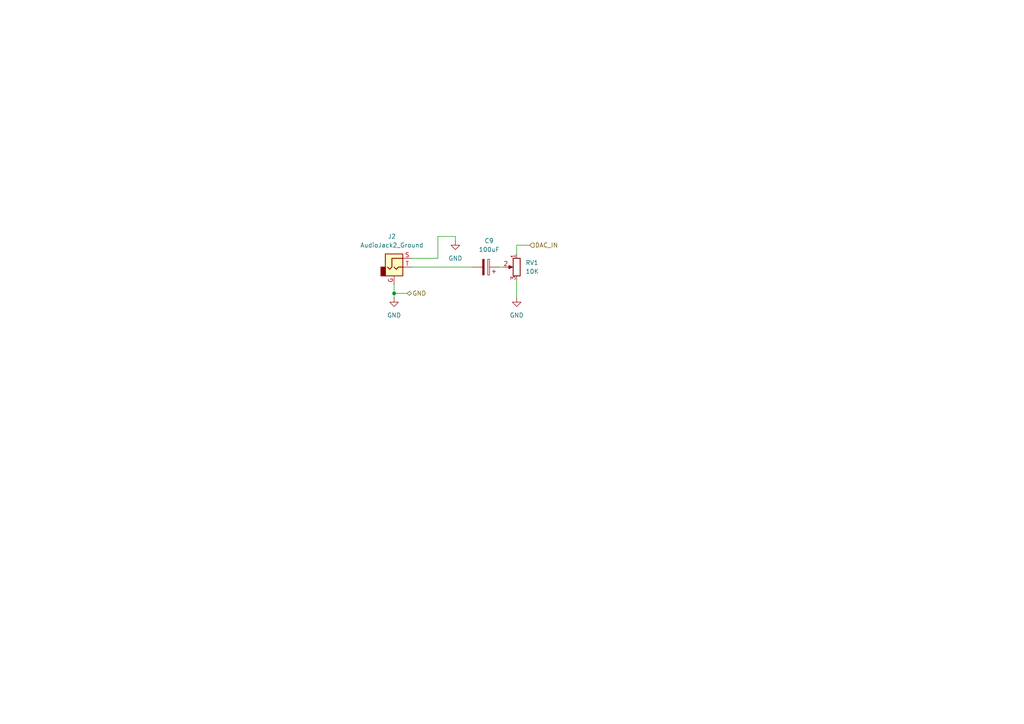
<source format=kicad_sch>
(kicad_sch (version 20231120) (generator "eeschema") (generator_version "7.99")
  (paper "A4")
  (lib_symbols
    (symbol "Connector_Audio:AudioJack2_Ground"
      (property "Reference" "J" (at 0 8.89 0))
      (property "Value" "AudioJack2_Ground" (at 0 6.35 0))
      (symbol "AudioJack2_Ground_0_1"
        (rectangle (start -2.54 -2.54) (end -3.81 0) (stroke (width 0.254)) (fill (type outline)))
        (polyline (pts (xy 0 0) (xy 0.635 -0.635) (xy 1.27 0) (xy 2.54 0)) (stroke (width 0.254)))
        (polyline (pts (xy 2.54 2.54) (xy -0.635 2.54) (xy -0.635 0) (xy -1.27 -0.635) (xy -1.905 0)) (stroke (width 0.254)))
        (rectangle (start 2.54 3.81) (end -2.54 -2.54) (stroke (width 0.254)) (fill (type background)))
      )
      (symbol "AudioJack2_Ground_1_1"
        (pin passive line (at 0 -5.08 90) (length 2.54) (name "~") (number "G"))
        (pin passive line (at 5.08 2.54 180) (length 2.54) (name "~") (number "S"))
        (pin passive line (at 5.08 0 180) (length 2.54) (name "~") (number "T"))
      )
    )
    (symbol "Device:C_Polarized" (pin_numbers hide) (pin_names (offset 0.254))
      (property "Reference" "C" (at 0.635 2.54 0))
      (property "Value" "C_Polarized" (at 0.635 -2.54 0))
      (symbol "C_Polarized_0_1"
        (rectangle (start -2.286 0.508) (end 2.286 1.016))
        (polyline (pts (xy -1.778 2.286) (xy -0.762 2.286)))
        (polyline (pts (xy -1.27 2.794) (xy -1.27 1.778)))
        (rectangle (start 2.286 -0.508) (end -2.286 -1.016) (fill (type outline)))
      )
      (symbol "C_Polarized_1_1"
        (pin passive line (at 0 3.81 270) (length 2.794) (name "~") (number "1"))
        (pin passive line (at 0 -3.81 90) (length 2.794) (name "~") (number "2"))
      )
    )
    (symbol "Device:R_Potentiometer" (pin_names (offset 1.016) hide)
      (property "Reference" "RV" (at -4.445 0 90))
      (property "Value" "R_Potentiometer" (at -2.54 0 90))
      (symbol "R_Potentiometer_0_1"
        (polyline (pts (xy 2.54 0) (xy 1.524 0)))
        (polyline (pts (xy 1.143 0) (xy 2.286 0.508) (xy 2.286 -0.508) (xy 1.143 0)) (fill (type outline)))
        (rectangle (start 1.016 2.54) (end -1.016 -2.54) (stroke (width 0.254)))
      )
      (symbol "R_Potentiometer_1_1"
        (pin passive line (at 0 3.81 270) (length 1.27) (name "1") (number "1"))
        (pin passive line (at 3.81 0 180) (length 1.27) (name "2") (number "2"))
        (pin passive line (at 0 -3.81 90) (length 1.27) (name "3") (number "3"))
      )
    )
    (symbol "power:GND" (power) (pin_names (offset 0))
      (property "Value" "GND" (at 0 -3.81 0))
      (symbol "GND_0_1"
        (polyline (pts (xy 0 0) (xy 0 -1.27) (xy 1.27 -1.27) (xy 0 -2.54) (xy -1.27 -1.27) (xy 0 -1.27)))
      )
      (symbol "GND_1_1"
        (pin power_in line (at 0 0 270) (length 0) hide (name "GND") (number "1"))
      )
    )
  )
  (junction (at 114.3 85.09))
  (wire (pts (xy 146.05 77.47) (xy 144.78 77.47)))
  (wire (pts (xy 114.3 85.09) (xy 114.3 86.36)))
  (wire (pts (xy 149.86 71.12) (xy 153.67 71.12)))
  (wire (pts (xy 127 68.58) (xy 127 74.93)))
  (wire (pts (xy 114.3 82.55) (xy 114.3 85.09)))
  (wire (pts (xy 132.08 68.58) (xy 132.08 69.85)))
  (wire (pts (xy 114.3 85.09) (xy 118.11 85.09)))
  (wire (pts (xy 149.86 86.36) (xy 149.86 81.28)))
  (wire (pts (xy 149.86 73.66) (xy 149.86 71.12)))
  (wire (pts (xy 119.38 77.47) (xy 137.16 77.47)))
  (wire (pts (xy 127 74.93) (xy 119.38 74.93)))
  (wire (pts (xy 127 68.58) (xy 132.08 68.58)))
  (hierarchical_label "DAC_IN" (shape input) (at 153.67 71.12 0))
  (hierarchical_label "GND" (shape bidirectional) (at 118.11 85.09 0))
  (symbol (lib_id "power:GND") (at 149.86 86.36 0) (unit 1)
    (property "Reference" "#PWR031" (effects (hide yes)))
    (property "Value" "GND" (at 149.86 91.44 0))
    (property "Description" "Power symbol creates a global label with name \"GND\" , ground" (effects (hide yes)))
  )
  (symbol (lib_id "Device:R_Potentiometer") (at 149.86 77.47 0) (mirror y) (unit 1)
    (property "Reference" "RV1" (at 152.4 76.1999 0) (effects (justify right)))
    (property "Value" "10K" (at 152.4 78.7399 0) (effects (justify right)))
    (property "Footprint" "Potentiometer_SMD:Potentiometer_ACP_CA6-VSMD_Vertical" (effects (hide yes)))
    (property "Description" "Potentiometer" (effects (hide yes)))
  )
  (symbol (lib_id "Connector_Audio:AudioJack2_Ground") (at 114.3 77.47 0) (unit 1)
    (property "Reference" "J2" (at 113.665 68.58 0))
    (property "Value" "AudioJack2_Ground" (at 113.665 71.12 0))
    (property "Footprint" "Connector_Audio:Jack_3.5mm_CUI_SJ-3523-SMT_Horizontal" (effects (hide yes)))
    (property "Description" "Audio Jack, 2 Poles (Mono / TS), Grounded Sleeve" (effects (hide yes)))
  )
  (symbol (lib_id "power:GND") (at 114.3 86.36 0) (unit 1)
    (property "Reference" "#PWR029" (effects (hide yes)))
    (property "Value" "GND" (at 114.3 91.44 0))
    (property "Description" "Power symbol creates a global label with name \"GND\" , ground" (effects (hide yes)))
  )
  (symbol (lib_id "power:GND") (at 132.08 69.85 0) (unit 1)
    (property "Reference" "#PWR030" (effects (hide yes)))
    (property "Value" "GND" (at 132.08 74.93 0))
    (property "Description" "Power symbol creates a global label with name \"GND\" , ground" (effects (hide yes)))
  )
  (symbol (lib_id "Device:C_Polarized") (at 140.97 77.47 270) (mirror x) (unit 1)
    (property "Reference" "C9" (at 141.859 69.85 90))
    (property "Value" "100uF" (at 141.859 72.39 90))
    (property "Description" "Polarized capacitor" (effects (hide yes)))
  )
)
</source>
